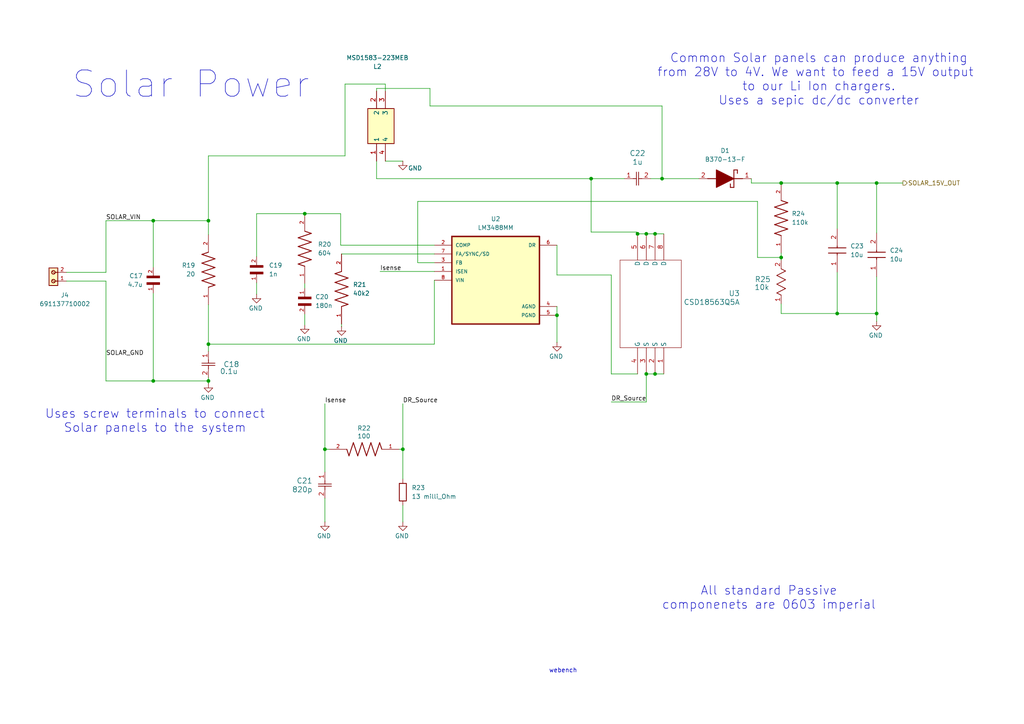
<source format=kicad_sch>
(kicad_sch (version 20231120) (generator "eeschema") (generator_version "8.0")
  (paper "A4")
  (lib_symbols
    (symbol "691137710002-2 Terminal Connector:691137710002" (pin_names (offset 1.016))
      (property "Reference" "J" (at -4.88 -0.922 0))
      (property "Value" "691137710002" (at -4.83 -2.58 0))
      (symbol "691137710002_0_0"
        (rectangle (start -3.81 -2.54) (end 1.27 0) (stroke (width 0.254)) (fill (type background)))
        (circle (center -2.54 -1.27) (radius 0.508) (stroke (width 0.254)))
        (circle (center 0 -1.27) (radius 0.508) (stroke (width 0.254)))
        (polyline (pts (xy -2.54 -1.778) (xy -2.54 -2.54)) (stroke (width 0.254)))
        (polyline (pts (xy -2.286 -1.016) (xy -2.794 -1.524)) (stroke (width 0.1524)))
        (polyline (pts (xy 0 -1.778) (xy 0 -2.54)) (stroke (width 0.254)))
        (polyline (pts (xy 0.254 -1.016) (xy -0.254 -1.524)) (stroke (width 0.1524)))
        (pin passive line (at -2.54 -5.08 90) (length 2.54) (name "~") (number "1"))
        (pin passive line (at 0 -5.08 90) (length 2.54) (name "~") (number "2"))
      )
    )
    (symbol "AT0603DRE07100RL:AT0603DRE07100RL" (pin_names (offset 1.016))
      (property "Reference" "R" (at -7.6244 2.5415 0))
      (property "Value" "AT0603DRE07100RL" (at -7.63 -5.0866 0))
      (symbol "AT0603DRE07100RL_0_0"
        (polyline (pts (xy -5.08 0) (xy -4.445 1.905)) (stroke (width 0.254)))
        (polyline (pts (xy -4.445 1.905) (xy -3.175 -1.905)) (stroke (width 0.254)))
        (polyline (pts (xy -3.175 -1.905) (xy -1.905 1.905)) (stroke (width 0.254)))
        (polyline (pts (xy -1.905 1.905) (xy -0.635 -1.905)) (stroke (width 0.254)))
        (polyline (pts (xy -0.635 -1.905) (xy 0.635 1.905)) (stroke (width 0.254)))
        (polyline (pts (xy 0.635 1.905) (xy 1.905 -1.905)) (stroke (width 0.254)))
        (polyline (pts (xy 1.905 -1.905) (xy 3.175 1.905)) (stroke (width 0.254)))
        (polyline (pts (xy 3.175 1.905) (xy 4.445 -1.905)) (stroke (width 0.254)))
        (polyline (pts (xy 4.445 -1.905) (xy 5.08 0)) (stroke (width 0.254)))
        (pin passive line (at -10.16 0 0) (length 5.08) (name "~") (number "1"))
        (pin passive line (at 10.16 0 180) (length 5.08) (name "~") (number "2"))
      )
    )
    (symbol "B370-13-F:B370-13-F" (pin_names hide)
      (property "Reference" "D" (at 12.7 8.89 0))
      (property "Value" "B370-13-F" (at 12.7 6.35 0))
      (symbol "B370-13-F_1_1"
        (polyline (pts (xy 5.08 0) (xy 7.62 0)) (stroke (width 0.254)))
        (polyline (pts (xy 6.604 -1.524) (xy 6.604 -2.54)) (stroke (width 0.254)))
        (polyline (pts (xy 7.62 -2.54) (xy 6.604 -2.54)) (stroke (width 0.254)))
        (polyline (pts (xy 7.62 2.54) (xy 7.62 -2.54)) (stroke (width 0.254)))
        (polyline (pts (xy 7.62 2.54) (xy 8.636 2.54)) (stroke (width 0.254)))
        (polyline (pts (xy 8.636 1.524) (xy 8.636 2.54)) (stroke (width 0.254)))
        (polyline (pts (xy 12.7 0) (xy 15.24 0)) (stroke (width 0.254)))
        (polyline (pts (xy 7.62 0) (xy 12.7 2.54) (xy 12.7 -2.54) (xy 7.62 0)) (stroke (width 0.254)) (fill (type outline)))
        (pin passive line (at 2.54 0 0) (length 2.54) (name "K") (number "1"))
        (pin passive line (at 17.78 0 180) (length 2.54) (name "A") (number "2"))
      )
    )
    (symbol "C0603C104K5RACAUTO:C0603C104K5RACAUTO" (pin_names (offset 0.254))
      (property "Reference" "C" (at 3.81 3.81 0))
      (property "Value" "C0603C104K5RACAUTO" (at 3.81 -3.81 0))
      (symbol "C0603C104K5RACAUTO_1_1"
        (polyline (pts (xy 2.54 0) (xy 3.4798 0)) (stroke (width 0.2032)))
        (polyline (pts (xy 3.4798 -1.905) (xy 3.4798 1.905)) (stroke (width 0.2032)))
        (polyline (pts (xy 4.1148 -1.905) (xy 4.1148 1.905)) (stroke (width 0.2032)))
        (polyline (pts (xy 4.1148 0) (xy 5.08 0)) (stroke (width 0.2032)))
        (pin unspecified line (at 0 0 0) (length 2.54) (name "") (number "1"))
        (pin unspecified line (at 7.62 0 180) (length 2.54) (name "") (number "2"))
      )
      (symbol "C0603C104K5RACAUTO_1_2"
        (polyline (pts (xy -1.905 -4.1148) (xy 1.905 -4.1148)) (stroke (width 0.2032)))
        (polyline (pts (xy -1.905 -3.4798) (xy 1.905 -3.4798)) (stroke (width 0.2032)))
        (polyline (pts (xy 0 -4.1148) (xy 0 -5.08)) (stroke (width 0.2032)))
        (polyline (pts (xy 0 -2.54) (xy 0 -3.4798)) (stroke (width 0.2032)))
        (pin unspecified line (at 0 0 270) (length 2.54) (name "") (number "1"))
        (pin unspecified line (at 0 -7.62 90) (length 2.54) (name "") (number "2"))
      )
    )
    (symbol "C0603X821K5RACTU:C0603X821K5RACTU" (pin_names (offset 0.254))
      (property "Reference" "C" (at 3.81 3.81 0))
      (property "Value" "C0603X821K5RACTU" (at 3.81 -3.81 0))
      (symbol "C0603X821K5RACTU_1_1"
        (polyline (pts (xy 2.54 0) (xy 3.4798 0)) (stroke (width 0.2032)))
        (polyline (pts (xy 3.4798 -1.905) (xy 3.4798 1.905)) (stroke (width 0.2032)))
        (polyline (pts (xy 4.1148 -1.905) (xy 4.1148 1.905)) (stroke (width 0.2032)))
        (polyline (pts (xy 4.1148 0) (xy 5.08 0)) (stroke (width 0.2032)))
        (pin unspecified line (at 0 0 0) (length 2.54) (name "") (number "1"))
        (pin unspecified line (at 7.62 0 180) (length 2.54) (name "") (number "2"))
      )
      (symbol "C0603X821K5RACTU_1_2"
        (polyline (pts (xy -1.905 -4.1148) (xy 1.905 -4.1148)) (stroke (width 0.2032)))
        (polyline (pts (xy -1.905 -3.4798) (xy 1.905 -3.4798)) (stroke (width 0.2032)))
        (polyline (pts (xy 0 -4.1148) (xy 0 -5.08)) (stroke (width 0.2032)))
        (polyline (pts (xy 0 -2.54) (xy 0 -3.4798)) (stroke (width 0.2032)))
        (pin unspecified line (at 0 0 270) (length 2.54) (name "") (number "1"))
        (pin unspecified line (at 0 -7.62 90) (length 2.54) (name "") (number "2"))
      )
    )
    (symbol "C1608X5R1H105K080AB:C1608X5R1H105K080AB" (pin_names (offset 0.254))
      (property "Reference" "C" (at 3.81 3.81 0))
      (property "Value" "C1608X5R1H105K080AB" (at 3.81 -3.81 0))
      (symbol "C1608X5R1H105K080AB_1_1"
        (polyline (pts (xy 2.54 0) (xy 3.4798 0)) (stroke (width 0.2032)))
        (polyline (pts (xy 3.4798 -1.905) (xy 3.4798 1.905)) (stroke (width 0.2032)))
        (polyline (pts (xy 4.1148 -1.905) (xy 4.1148 1.905)) (stroke (width 0.2032)))
        (polyline (pts (xy 4.1148 0) (xy 5.08 0)) (stroke (width 0.2032)))
        (pin unspecified line (at 0 0 0) (length 2.54) (name "") (number "1"))
        (pin unspecified line (at 7.62 0 180) (length 2.54) (name "") (number "2"))
      )
      (symbol "C1608X5R1H105K080AB_1_2"
        (polyline (pts (xy -1.905 -4.1148) (xy 1.905 -4.1148)) (stroke (width 0.2032)))
        (polyline (pts (xy -1.905 -3.4798) (xy 1.905 -3.4798)) (stroke (width 0.2032)))
        (polyline (pts (xy 0 -4.1148) (xy 0 -5.08)) (stroke (width 0.2032)))
        (polyline (pts (xy 0 -2.54) (xy 0 -3.4798)) (stroke (width 0.2032)))
        (pin unspecified line (at 0 0 270) (length 2.54) (name "") (number "1"))
        (pin unspecified line (at 0 -7.62 90) (length 2.54) (name "") (number "2"))
      )
    )
    (symbol "CC0603KRX7R6BB184:CC0603KRX7R6BB184" (pin_names (offset 1.016))
      (property "Reference" "C" (at 0 3.81 0))
      (property "Value" "CC0603KRX7R6BB184" (at 0 -5.08 0))
      (symbol "CC0603KRX7R6BB184_0_0"
        (rectangle (start 0 -1.905) (end 0.635 1.905) (stroke (width 0.1)) (fill (type outline)))
        (rectangle (start 1.905 -1.905) (end 2.54 1.905) (stroke (width 0.1)) (fill (type outline)))
        (pin passive line (at 5.08 0 180) (length 2.54) (name "~") (number "1"))
        (pin passive line (at -2.54 0 0) (length 2.54) (name "~") (number "2"))
      )
    )
    (symbol "CL10A106MA8NRNC:CL10A106MA8NRNC" (pin_names hide)
      (property "Reference" "C" (at 8.89 6.35 0))
      (property "Value" "CL10A106MA8NRNC" (at 8.89 3.81 0))
      (symbol "CL10A106MA8NRNC_1_1"
        (polyline (pts (xy 5.08 0) (xy 5.588 0)) (stroke (width 0.254)))
        (polyline (pts (xy 5.588 2.54) (xy 5.588 -2.54)) (stroke (width 0.254)))
        (polyline (pts (xy 7.112 0) (xy 7.62 0)) (stroke (width 0.254)))
        (polyline (pts (xy 7.112 2.54) (xy 7.112 -2.54)) (stroke (width 0.254)))
        (pin passive line (at 0 0 0) (length 5.08) (name "1") (number "1"))
        (pin passive line (at 12.7 0 180) (length 5.08) (name "2") (number "2"))
      )
    )
    (symbol "CRCW0603110KFKEAC:CRCW0603110KFKEAC" (pin_names (offset 1.016))
      (property "Reference" "R" (at -7.6244 2.5415 0))
      (property "Value" "CRCW0603110KFKEAC" (at -7.63 -5.0866 0))
      (symbol "CRCW0603110KFKEAC_0_0"
        (polyline (pts (xy -5.08 0) (xy -4.445 1.905)) (stroke (width 0.254)))
        (polyline (pts (xy -4.445 1.905) (xy -3.175 -1.905)) (stroke (width 0.254)))
        (polyline (pts (xy -3.175 -1.905) (xy -1.905 1.905)) (stroke (width 0.254)))
        (polyline (pts (xy -1.905 1.905) (xy -0.635 -1.905)) (stroke (width 0.254)))
        (polyline (pts (xy -0.635 -1.905) (xy 0.635 1.905)) (stroke (width 0.254)))
        (polyline (pts (xy 0.635 1.905) (xy 1.905 -1.905)) (stroke (width 0.254)))
        (polyline (pts (xy 1.905 -1.905) (xy 3.175 1.905)) (stroke (width 0.254)))
        (polyline (pts (xy 3.175 1.905) (xy 4.445 -1.905)) (stroke (width 0.254)))
        (polyline (pts (xy 4.445 -1.905) (xy 5.08 0)) (stroke (width 0.254)))
        (pin passive line (at -10.16 0 0) (length 5.08) (name "~") (number "1"))
        (pin passive line (at 10.16 0 180) (length 5.08) (name "~") (number "2"))
      )
    )
    (symbol "CRCW060340K2FKEAHP:CRCW060340K2FKEAHP" (pin_names (offset 1.016))
      (property "Reference" "R" (at -7.6244 2.5415 0))
      (property "Value" "CRCW060340K2FKEAHP" (at -7.63 -5.0866 0))
      (symbol "CRCW060340K2FKEAHP_0_0"
        (polyline (pts (xy -5.08 0) (xy -4.445 1.905)) (stroke (width 0.254)))
        (polyline (pts (xy -4.445 1.905) (xy -3.175 -1.905)) (stroke (width 0.254)))
        (polyline (pts (xy -3.175 -1.905) (xy -1.905 1.905)) (stroke (width 0.254)))
        (polyline (pts (xy -1.905 1.905) (xy -0.635 -1.905)) (stroke (width 0.254)))
        (polyline (pts (xy -0.635 -1.905) (xy 0.635 1.905)) (stroke (width 0.254)))
        (polyline (pts (xy 0.635 1.905) (xy 1.905 -1.905)) (stroke (width 0.254)))
        (polyline (pts (xy 1.905 -1.905) (xy 3.175 1.905)) (stroke (width 0.254)))
        (polyline (pts (xy 3.175 1.905) (xy 4.445 -1.905)) (stroke (width 0.254)))
        (polyline (pts (xy 4.445 -1.905) (xy 5.08 0)) (stroke (width 0.254)))
        (pin passive line (at -10.16 0 0) (length 5.08) (name "~") (number "1"))
        (pin passive line (at 10.16 0 180) (length 5.08) (name "~") (number "2"))
      )
    )
    (symbol "CRCW0603604RFKEA:CRCW0603604RFKEA" (pin_names (offset 1.016))
      (property "Reference" "R" (at -7.6244 2.5415 0))
      (property "Value" "CRCW0603604RFKEA" (at -7.63 -5.0866 0))
      (symbol "CRCW0603604RFKEA_0_0"
        (polyline (pts (xy -5.08 0) (xy -4.445 1.905)) (stroke (width 0.254)))
        (polyline (pts (xy -4.445 1.905) (xy -3.175 -1.905)) (stroke (width 0.254)))
        (polyline (pts (xy -3.175 -1.905) (xy -1.905 1.905)) (stroke (width 0.254)))
        (polyline (pts (xy -1.905 1.905) (xy -0.635 -1.905)) (stroke (width 0.254)))
        (polyline (pts (xy -0.635 -1.905) (xy 0.635 1.905)) (stroke (width 0.254)))
        (polyline (pts (xy 0.635 1.905) (xy 1.905 -1.905)) (stroke (width 0.254)))
        (polyline (pts (xy 1.905 -1.905) (xy 3.175 1.905)) (stroke (width 0.254)))
        (polyline (pts (xy 3.175 1.905) (xy 4.445 -1.905)) (stroke (width 0.254)))
        (polyline (pts (xy 4.445 -1.905) (xy 5.08 0)) (stroke (width 0.254)))
        (pin passive line (at -10.16 0 0) (length 5.08) (name "~") (number "1"))
        (pin passive line (at 10.16 0 180) (length 5.08) (name "~") (number "2"))
      )
    )
    (symbol "CSD18563Q5A:CSD18563Q5A" (pin_names (offset 0.254))
      (property "Reference" "U" (at 20.32 10.16 0))
      (property "Value" "CSD18563Q5A" (at 20.32 7.62 0))
      (symbol "CSD18563Q5A_0_1"
        (polyline (pts (xy 7.62 -12.7) (xy 33.02 -12.7)) (stroke (width 0.127)))
        (polyline (pts (xy 7.62 5.08) (xy 7.62 -12.7)) (stroke (width 0.127)))
        (polyline (pts (xy 33.02 -12.7) (xy 33.02 5.08)) (stroke (width 0.127)))
        (polyline (pts (xy 33.02 5.08) (xy 7.62 5.08)) (stroke (width 0.127)))
        (pin unspecified line (at 0 0 0) (length 7.62) (name "S") (number "1"))
        (pin unspecified line (at 0 -2.54 0) (length 7.62) (name "S") (number "2"))
        (pin unspecified line (at 0 -5.08 0) (length 7.62) (name "S") (number "3"))
        (pin unspecified line (at 0 -7.62 0) (length 7.62) (name "G") (number "4"))
        (pin unspecified line (at 40.64 -7.62 180) (length 7.62) (name "D") (number "5"))
        (pin unspecified line (at 40.64 -5.08 180) (length 7.62) (name "D") (number "6"))
        (pin unspecified line (at 40.64 -2.54 180) (length 7.62) (name "D") (number "7"))
        (pin unspecified line (at 40.64 0 180) (length 7.62) (name "D") (number "8"))
      )
    )
    (symbol "Device:R" (pin_numbers hide) (pin_names (offset 0))
      (property "Reference" "R" (at 2.032 0 90))
      (property "Value" "R" (at 0 0 90))
      (symbol "R_0_1"
        (rectangle (start -1.016 -2.54) (end 1.016 2.54) (stroke (width 0.254)))
      )
      (symbol "R_1_1"
        (pin passive line (at 0 3.81 270) (length 1.27) (name "~") (number "1"))
        (pin passive line (at 0 -3.81 90) (length 1.27) (name "~") (number "2"))
      )
    )
    (symbol "ERJPA3F20R0V:ERJPA3F20R0V" (pin_names (offset 1.016))
      (property "Reference" "R" (at -7.624 2.541 0))
      (property "Value" "ERJPA3F20R0V" (at -7.624 -5.087 0))
      (symbol "ERJPA3F20R0V_0_0"
        (polyline (pts (xy -5.08 0) (xy -4.445 1.905)) (stroke (width 0.254)))
        (polyline (pts (xy -4.445 1.905) (xy -3.175 -1.905)) (stroke (width 0.254)))
        (polyline (pts (xy -3.175 -1.905) (xy -1.905 1.905)) (stroke (width 0.254)))
        (polyline (pts (xy -1.905 1.905) (xy -0.635 -1.905)) (stroke (width 0.254)))
        (polyline (pts (xy -0.635 -1.905) (xy 0.635 1.905)) (stroke (width 0.254)))
        (polyline (pts (xy 0.635 1.905) (xy 1.905 -1.905)) (stroke (width 0.254)))
        (polyline (pts (xy 1.905 -1.905) (xy 3.175 1.905)) (stroke (width 0.254)))
        (polyline (pts (xy 3.175 1.905) (xy 4.445 -1.905)) (stroke (width 0.254)))
        (polyline (pts (xy 4.445 -1.905) (xy 5.08 0)) (stroke (width 0.254)))
        (pin passive line (at -10.16 0 0) (length 5.08) (name "~") (number "1"))
        (pin passive line (at 10.16 0 180) (length 5.08) (name "~") (number "2"))
      )
    )
    (symbol "Flyback dc dc converter:LM3488MM" (pin_names (offset 1.016))
      (property "Reference" "U" (at -12.7 13.7 0))
      (property "Value" "LM3488MM" (at -12.7 -16.7 0))
      (symbol "LM3488MM_0_0"
        (rectangle (start -12.7 -12.7) (end 12.7 12.7) (stroke (width 0.41)) (fill (type background)))
        (pin input line (at -17.78 2.54 0) (length 5.08) (name "ISEN") (number "1"))
        (pin input line (at -17.78 10.16 0) (length 5.08) (name "COMP") (number "2"))
        (pin input line (at -17.78 5.08 0) (length 5.08) (name "FB") (number "3"))
        (pin power_in line (at 17.78 -7.62 180) (length 5.08) (name "AGND") (number "4"))
        (pin power_in line (at 17.78 -10.16 180) (length 5.08) (name "PGND") (number "5"))
        (pin output line (at 17.78 10.16 180) (length 5.08) (name "DR") (number "6"))
        (pin input line (at -17.78 7.62 0) (length 5.08) (name "FA/SYNC/SD") (number "7"))
        (pin input line (at -17.78 0 0) (length 5.08) (name "VIN") (number "8"))
      )
    )
    (symbol "MSD1583-223MEB:MSD1583-223MEB"
      (property "Reference" "L" (at 16.51 7.62 0))
      (property "Value" "MSD1583-223MEB" (at 16.51 5.08 0))
      (symbol "MSD1583-223MEB_1_1"
        (rectangle (start 5.08 2.54) (end 15.24 -5.08) (stroke (width 0.254)) (fill (type background)))
        (pin passive line (at 20.32 0 180) (length 5.08) (name "1") (number "1"))
        (pin passive line (at 0 0 0) (length 5.08) (name "2") (number "2"))
        (pin passive line (at 0 -2.54 0) (length 5.08) (name "3") (number "3"))
        (pin passive line (at 20.32 -2.54 180) (length 5.08) (name "4") (number "4"))
      )
    )
    (symbol "RC0603FR-0710KL:RC0603FR-0710KL" (pin_names (offset 0.254))
      (property "Reference" "R" (at 5.715 3.81 0))
      (property "Value" "RC0603FR-0710KL" (at 6.35 -3.81 0))
      (symbol "RC0603FR-0710KL_1_1"
        (polyline (pts (xy 2.54 0) (xy 3.175 1.27)) (stroke (width 0.2032)))
        (polyline (pts (xy 3.175 1.27) (xy 4.445 -1.27)) (stroke (width 0.2032)))
        (polyline (pts (xy 4.445 -1.27) (xy 5.715 1.27)) (stroke (width 0.2032)))
        (polyline (pts (xy 5.715 1.27) (xy 6.985 -1.27)) (stroke (width 0.2032)))
        (polyline (pts (xy 6.985 -1.27) (xy 8.255 1.27)) (stroke (width 0.2032)))
        (polyline (pts (xy 8.255 1.27) (xy 9.525 -1.27)) (stroke (width 0.2032)))
        (polyline (pts (xy 9.525 -1.27) (xy 10.16 0)) (stroke (width 0.2032)))
        (pin unspecified line (at 0 0 0) (length 2.54) (name "") (number "1"))
        (pin unspecified line (at 12.7 0 180) (length 2.54) (name "") (number "2"))
      )
      (symbol "RC0603FR-0710KL_1_2"
        (polyline (pts (xy -1.27 3.175) (xy 1.27 4.445)) (stroke (width 0.2032)))
        (polyline (pts (xy -1.27 5.715) (xy 1.27 6.985)) (stroke (width 0.2032)))
        (polyline (pts (xy -1.27 8.255) (xy 1.27 9.525)) (stroke (width 0.2032)))
        (polyline (pts (xy 0 2.54) (xy -1.27 3.175)) (stroke (width 0.2032)))
        (polyline (pts (xy 1.27 4.445) (xy -1.27 5.715)) (stroke (width 0.2032)))
        (polyline (pts (xy 1.27 6.985) (xy -1.27 8.255)) (stroke (width 0.2032)))
        (polyline (pts (xy 1.27 9.525) (xy 0 10.16)) (stroke (width 0.2032)))
        (pin unspecified line (at 0 12.7 270) (length 2.54) (name "") (number "1"))
        (pin unspecified line (at 0 0 90) (length 2.54) (name "") (number "2"))
      )
    )
    (symbol "SR201A102JARTR1:SR201A102JARTR1" (pin_names (offset 1.016))
      (property "Reference" "C" (at 0 3.8109 0))
      (property "Value" "SR201A102JARTR1" (at 0 -5.0885 0))
      (symbol "SR201A102JARTR1_0_0"
        (rectangle (start 0 -1.9069) (end 0.635 1.905) (stroke (width 0.1)) (fill (type outline)))
        (rectangle (start 1.9069 -1.9069) (end 2.54 1.905) (stroke (width 0.1)) (fill (type outline)))
        (pin passive line (at -2.54 0 0) (length 2.54) (name "~") (number "1"))
        (pin passive line (at 5.08 0 180) (length 2.54) (name "~") (number "2"))
      )
    )
    (symbol "ZRB18AR6YA475ME05L:ZRB18AR6YA475ME05L" (pin_names (offset 1.016))
      (property "Reference" "C" (at 0 3.8109 0))
      (property "Value" "ZRB18AR6YA475ME05L" (at 0 -5.0885 0))
      (symbol "ZRB18AR6YA475ME05L_0_0"
        (rectangle (start 0 -1.9069) (end 0.635 1.905) (stroke (width 0.1)) (fill (type outline)))
        (rectangle (start 1.9069 -1.9069) (end 2.54 1.905) (stroke (width 0.1)) (fill (type outline)))
        (pin passive line (at -2.54 0 0) (length 2.54) (name "~") (number "1"))
        (pin passive line (at 5.08 0 180) (length 2.54) (name "~") (number "2"))
      )
    )
    (symbol "power:GND" (power) (pin_numbers hide) (pin_names (offset 0) hide)
      (property "Value" "GND" (at 0 -3.81 0))
      (symbol "GND_0_1"
        (polyline (pts (xy 0 0) (xy 0 -1.27) (xy 1.27 -1.27) (xy 0 -2.54) (xy -1.27 -1.27) (xy 0 -1.27)))
      )
      (symbol "GND_1_1"
        (pin power_in line (at 0 0 270) (length 0) (name "~") (number "1"))
      )
    )
  )
  (junction (at 161.544 91.44))
  (junction (at 189.992 108.458))
  (junction (at 184.912 67.818))
  (junction (at 189.992 67.818))
  (junction (at 226.568 53.086))
  (junction (at 171.45 51.816))
  (junction (at 60.452 64.008))
  (junction (at 44.45 64.008))
  (junction (at 60.452 99.822))
  (junction (at 254.254 90.932))
  (junction (at 242.824 53.086))
  (junction (at 116.84 130.302))
  (junction (at 187.452 67.818))
  (junction (at 94.234 130.302))
  (junction (at 88.392 61.976))
  (junction (at 192.024 51.816))
  (junction (at 254.254 53.086))
  (junction (at 226.568 74.676))
  (junction (at 187.452 108.458))
  (junction (at 44.45 110.49))
  (junction (at 60.452 110.49))
  (junction (at 242.824 90.932))
  (wire (pts (xy 109.22 46.736) (xy 109.22 51.816)))
  (wire (pts (xy 226.568 90.932) (xy 242.824 90.932)))
  (wire (pts (xy 125.984 81.28) (xy 125.984 99.822)))
  (wire (pts (xy 217.932 53.086) (xy 226.568 53.086)))
  (wire (pts (xy 177.292 108.458) (xy 184.912 108.458)))
  (wire (pts (xy 189.992 108.458) (xy 192.532 108.458)))
  (wire (pts (xy 219.71 58.42) (xy 219.71 74.676)))
  (wire (pts (xy 184.912 67.564) (xy 184.912 67.818)))
  (wire (pts (xy 171.45 51.816) (xy 181.102 51.816)))
  (wire (pts (xy 88.392 91.186) (xy 88.392 94.234)))
  (wire (pts (xy 44.45 64.008) (xy 30.734 64.008)))
  (wire (pts (xy 121.158 58.42) (xy 219.71 58.42)))
  (wire (pts (xy 30.734 110.49) (xy 44.45 110.49)))
  (wire (pts (xy 254.254 53.086) (xy 254.254 67.564)))
  (wire (pts (xy 177.292 79.756) (xy 177.292 108.458)))
  (wire (pts (xy 60.452 64.008) (xy 60.452 68.072)))
  (wire (pts (xy 109.22 51.816) (xy 171.45 51.816)))
  (wire (pts (xy 109.22 25.654) (xy 109.22 26.416)))
  (wire (pts (xy 44.45 64.008) (xy 44.45 77.47)))
  (wire (pts (xy 124.714 30.734) (xy 192.024 30.734)))
  (wire (pts (xy 94.234 117.094) (xy 94.234 130.302)))
  (wire (pts (xy 187.452 67.818) (xy 184.912 67.818)))
  (wire (pts (xy 60.452 109.474) (xy 60.452 110.49)))
  (wire (pts (xy 19.304 78.994) (xy 30.734 78.994)))
  (wire (pts (xy 161.544 91.44) (xy 161.544 99.314)))
  (wire (pts (xy 242.824 90.932) (xy 254.254 90.932)))
  (wire (pts (xy 98.806 71.12) (xy 98.806 61.976)))
  (wire (pts (xy 242.824 53.086) (xy 242.824 66.294)))
  (wire (pts (xy 30.734 81.534) (xy 30.734 110.49)))
  (wire (pts (xy 99.06 73.66) (xy 125.984 73.66)))
  (wire (pts (xy 111.76 46.736) (xy 116.84 46.736)))
  (wire (pts (xy 188.722 51.816) (xy 192.024 51.816)))
  (wire (pts (xy 115.824 130.302) (xy 116.84 130.302)))
  (wire (pts (xy 125.984 71.12) (xy 98.806 71.12)))
  (wire (pts (xy 161.544 79.756) (xy 177.292 79.756)))
  (wire (pts (xy 217.932 53.086) (xy 217.932 51.816)))
  (wire (pts (xy 74.422 61.976) (xy 88.392 61.976)))
  (wire (pts (xy 254.254 53.086) (xy 261.874 53.086)))
  (wire (pts (xy 226.568 88.138) (xy 226.568 90.932)))
  (wire (pts (xy 161.544 71.12) (xy 161.544 79.756)))
  (wire (pts (xy 116.84 117.094) (xy 116.84 130.302)))
  (wire (pts (xy 44.45 64.008) (xy 60.452 64.008)))
  (wire (pts (xy 219.71 74.676) (xy 226.568 74.676)))
  (wire (pts (xy 88.392 61.976) (xy 98.806 61.976)))
  (wire (pts (xy 226.568 73.406) (xy 226.568 74.676)))
  (wire (pts (xy 189.992 67.818) (xy 187.452 67.818)))
  (wire (pts (xy 171.45 67.31) (xy 171.45 51.816)))
  (wire (pts (xy 100.076 24.384) (xy 111.76 24.384)))
  (wire (pts (xy 254.254 80.264) (xy 254.254 90.932)))
  (wire (pts (xy 161.544 88.9) (xy 161.544 91.44)))
  (wire (pts (xy 192.024 51.816) (xy 192.024 30.734)))
  (wire (pts (xy 74.422 82.042) (xy 74.422 85.344)))
  (wire (pts (xy 94.234 144.526) (xy 94.234 151.384)))
  (wire (pts (xy 187.452 108.458) (xy 189.992 108.458)))
  (wire (pts (xy 121.158 76.2) (xy 125.984 76.2)))
  (wire (pts (xy 171.45 67.31) (xy 184.658 67.31)))
  (wire (pts (xy 60.452 45.212) (xy 60.452 64.008)))
  (wire (pts (xy 242.824 53.086) (xy 254.254 53.086)))
  (wire (pts (xy 44.45 85.09) (xy 44.45 110.49)))
  (wire (pts (xy 116.84 130.302) (xy 116.84 138.938)))
  (wire (pts (xy 60.452 45.212) (xy 100.076 45.212)))
  (wire (pts (xy 19.304 81.534) (xy 30.734 81.534)))
  (wire (pts (xy 60.452 110.49) (xy 60.452 111.252)))
  (wire (pts (xy 184.658 67.31) (xy 184.658 67.564)))
  (wire (pts (xy 30.734 78.994) (xy 30.734 64.008)))
  (wire (pts (xy 192.532 67.818) (xy 189.992 67.818)))
  (wire (pts (xy 100.076 45.212) (xy 100.076 24.384)))
  (wire (pts (xy 226.568 53.086) (xy 242.824 53.086)))
  (wire (pts (xy 177.292 116.586) (xy 187.452 116.586)))
  (wire (pts (xy 74.422 74.422) (xy 74.422 61.976)))
  (wire (pts (xy 184.658 67.564) (xy 184.912 67.564)))
  (wire (pts (xy 187.452 116.586) (xy 187.452 108.458)))
  (wire (pts (xy 60.452 101.854) (xy 60.452 99.822)))
  (wire (pts (xy 110.236 78.74) (xy 125.984 78.74)))
  (wire (pts (xy 60.452 88.392) (xy 60.452 99.822)))
  (wire (pts (xy 109.22 25.654) (xy 124.714 25.654)))
  (wire (pts (xy 192.024 51.816) (xy 202.692 51.816)))
  (wire (pts (xy 124.714 25.654) (xy 124.714 30.734)))
  (wire (pts (xy 88.392 82.296) (xy 88.392 83.566)))
  (wire (pts (xy 121.158 58.42) (xy 121.158 76.2)))
  (wire (pts (xy 242.824 78.994) (xy 242.824 90.932)))
  (wire (pts (xy 44.45 110.49) (xy 60.452 110.49)))
  (wire (pts (xy 226.568 74.676) (xy 226.568 75.438)))
  (wire (pts (xy 254.254 90.932) (xy 254.254 93.218)))
  (wire (pts (xy 60.452 99.822) (xy 125.984 99.822)))
  (wire (pts (xy 94.234 130.302) (xy 95.504 130.302)))
  (wire (pts (xy 111.76 24.384) (xy 111.76 26.416)))
  (wire (pts (xy 116.84 146.558) (xy 116.84 151.384)))
  (wire (pts (xy 99.06 93.98) (xy 99.06 94.742)))
  (wire (pts (xy 94.234 130.302) (xy 94.234 136.906)))
  (text "Uses screw terminals to connect\nSolar panels to the system" (at 44.958 122.174 0) (effects (font (size 2.54 2.54))))
  (text "Common Solar panels can produce anything\nfrom 28V to 4V. We want to feed a 15V output \nto our Li Ion chargers.\nUses a sepic dc/dc converter" (at 237.49 23.114 0) (effects (font (size 2.54 2.54))))
  (text "Solar Power" (at 55.372 24.638 0) (effects (font (size 7.62 7.62))))
  (text "All standard Passive\ncomponenets are 0603 imperial" (at 223.012 173.482 0) (effects (font (size 2.54 2.54))))
  (text "webench" (at 163.322 194.564 0) (effects (font (size 1.27 1.27))))
  (label "SOLAR_VIN" (at 30.734 64.008 0))
  (label "Isense" (at 110.236 78.74 0))
  (label "DR_Source" (at 177.292 116.586 0))
  (label "Isense" (at 94.234 117.094 0))
  (label "DR_Source" (at 116.84 117.094 0))
  (label "SOLAR_GND" (at 30.734 103.378 0))
  (hierarchical_label "SOLAR_15V_OUT" (shape output) (at 261.874 53.086 0))
  (symbol (lib_id "CL10A106MA8NRNC:CL10A106MA8NRNC") (at 254.254 80.264 90) (unit 1)
    (property "Reference" "C24" (at 258.064 72.6439 90) (effects (justify right)))
    (property "Value" "10u" (at 258.064 75.1839 90) (effects (justify right)))
    (property "Footprint" "RobotBMS:CAPC1608X90N" (effects (hide yes)))
    (property "Datasheet" "https://www.arrow.com/en/products/cl10a106ma8nrnc/samsung-electro-mechanics" (effects (hide yes)))
    (property "Description" "Cap Ceramic 10uF 25V X5R 20% SMD 0603 85C T/R" (effects (hide yes)))
    (property "Height" "0.9" (effects (hide yes)))
    (property "Mouser Part Number" "187-CL10A106MA8NRNC" (effects (hide yes)))
    (property "Mouser Price/Stock" "https://www.mouser.co.uk/ProductDetail/Samsung-Electro-Mechanics/CL10A106MA8NRNC?qs=47mY1nHWefS2vFRvRJVTdQ%3D%3D" (effects (hide yes)))
    (property "Manufacturer_Name" "SAMSUNG" (effects (hide yes)))
    (property "Manufacturer_Part_Number" "CL10A106MA8NRNC" (effects (hide yes)))
    (property "Price" "0.11" (effects (hide yes)))
  )
  (symbol (lib_id "power:GND") (at 60.452 111.252 0) (mirror y) (unit 1)
    (property "Reference" "#PWR030" (effects (hide yes)))
    (property "Value" "GND" (at 60.198 115.316 0))
    (property "Description" "Power symbol creates a global label with name \"GND\" , ground" (effects (hide yes)))
  )
  (symbol (lib_id "Flyback dc dc converter:LM3488MM") (at 143.764 81.28 0) (unit 1)
    (property "Reference" "U2" (at 143.764 63.5 0))
    (property "Value" "LM3488MM" (at 143.764 66.04 0))
    (property "Footprint" "RobotBMS:SOP65P490X110-8N" (effects (hide yes)))
    (property "Datasheet" "https://www.mouser.co.uk/ProductDetail/Texas-Instruments/LM3488MM?qs=X1J7HmVL2ZF99wiIrTysxw%3D%3D&srsltid=AfmBOoo61v0-mCY36lOdowXk-P__wvSziIRvzVYHzDquApiuv8i4Tbb0" (effects (hide yes)))
    (property "Description" "Switching Controllers 2.97V to 40V Wide Vi n Low-Side N-Channe" (effects (hide yes)))
    (property "Manufacturer_Part_Number" "LM3488MM" (effects (hide yes)))
    (property "Price" "2.13" (effects (hide yes)))
  )
  (symbol (lib_id "C0603X821K5RACTU:C0603X821K5RACTU") (at 94.234 136.906 90) (mirror x) (unit 1)
    (property "Reference" "C21" (at 90.678 139.4459 90) (effects (font (size 1.524 1.524)) (justify left)))
    (property "Value" "820p" (at 90.678 141.9859 90) (effects (font (size 1.524 1.524)) (justify left)))
    (property "Footprint" "RobotBMS:CAPC17795_95N_KEM" (effects (hide yes)))
    (property "Datasheet" "https://www.digikey.co.uk/en/products/detail/kemet/C0603X821K5RACAUTO/9925117" (effects (hide yes)))
    (property "Description" "CAP CER 820PF 50V X7R 0603" (effects (hide yes)))
    (property "Manufacturer_Part_Number" "C0603X821K5RACAUTO" (effects (hide yes)))
    (property "Price" "0.336" (effects (hide yes)))
  )
  (symbol (lib_id "power:GND") (at 161.544 99.314 0) (mirror y) (unit 1)
    (property "Reference" "#PWR037" (effects (hide yes)))
    (property "Value" "GND" (at 161.29 103.378 0))
    (property "Description" "Power symbol creates a global label with name \"GND\" , ground" (effects (hide yes)))
  )
  (symbol (lib_id "CSD18563Q5A:CSD18563Q5A") (at 192.532 108.458 270) (mirror x) (unit 1)
    (property "Reference" "U3" (at 214.63 85.09 90) (effects (font (size 1.524 1.524)) (justify right)))
    (property "Value" "CSD18563Q5A" (at 214.63 87.63 90) (effects (font (size 1.524 1.524)) (justify right)))
    (property "Footprint" "RobotBMS:DQJ8" (effects (hide yes)))
    (property "Datasheet" "https://www.digikey.co.uk/en/products/detail/texas-instruments/CSD18563Q5A/4307641?srsltid=AfmBOopmUN1q869yzLyTtwk7xS2X8y6d8wrvqMDCu4LfOhea6XSUpVAH" (effects (hide yes)))
    (property "Description" "MOSFET N-CH 60V 100A 8VSON" (effects (hide yes)))
    (property "Manufacturer_Part_Number" "CSD18563Q5A" (effects (hide yes)))
    (property "Price" "1.22" (effects (hide yes)))
  )
  (symbol (lib_id "B370-13-F:B370-13-F") (at 220.472 51.816 180) (unit 1)
    (property "Reference" "D1" (at 210.312 43.688 0))
    (property "Value" "B370-13-F" (at 210.312 46.228 0))
    (property "Footprint" "RobotBMS:DIOM7959X250N" (effects (hide yes)))
    (property "Datasheet" "https://www.mouser.co.uk/ProductDetail/Diodes-Incorporated/B370-13-F?qs=WY3X9pA6jePcJtliaZohPw%3D%3D&srsltid=AfmBOoou0QvVo-jJxM9k5rr19Oue7q3aSDSSM-ehBC8VOFn80d3jPdDL" (effects (hide yes)))
    (property "Description" "Diodes Inc B370-13-F, SMT Schottky Diode, 70V 3A, 2-Pin DO-214AB" (effects (hide yes)))
    (property "Height" "2.5" (effects (hide yes)))
    (property "Mouser Part Number" "621-B370-F" (effects (hide yes)))
    (property "Mouser Price/Stock" "https://www.mouser.co.uk/ProductDetail/Diodes-Incorporated/B370-13-F?qs=WY3X9pA6jePcJtliaZohPw%3D%3D" (effects (hide yes)))
    (property "Manufacturer_Name" "Diodes Incorporated" (effects (hide yes)))
    (property "Manufacturer_Part_Number" "B370-13-F" (effects (hide yes)))
    (property "Price" "0.536" (effects (hide yes)))
  )
  (symbol (lib_id "C0603C104K5RACAUTO:C0603C104K5RACAUTO") (at 60.452 101.854 270) (unit 1)
    (property "Reference" "C18" (at 64.77 105.664 90) (effects (font (size 1.524 1.524)) (justify left)))
    (property "Value" "0.1u" (at 63.754 107.696 90) (effects (font (size 1.524 1.524)) (justify left)))
    (property "Footprint" "RobotBMS:CAPC17595_87N_KEM" (effects (hide yes)))
    (property "Datasheet" "https://uk.farnell.com/kemet/c0603c104k5racauto/cap-0-1-f-50v-10-x7r-0603/dp/2070398" (effects (hide yes)))
    (property "Description" "SMD Multilayer Ceramic Capacitor, AEC-Q200, 0.1 µF, 50 V, 0603 [1608 Metric], ± 10%, X7R" (effects (hide yes)))
    (property "Price" "0.05" (effects (hide yes)))
    (property "Manufacturer_Part_Number" "C0603C104K5RACAUTO" (effects (hide yes)))
  )
  (symbol (lib_id "CL10A106MA8NRNC:CL10A106MA8NRNC") (at 242.824 78.994 90) (unit 1)
    (property "Reference" "C23" (at 246.634 71.3739 90) (effects (justify right)))
    (property "Value" "10u" (at 246.634 73.9139 90) (effects (justify right)))
    (property "Footprint" "RobotBMS:CAPC1608X90N" (effects (hide yes)))
    (property "Datasheet" "https://www.arrow.com/en/products/cl10a106ma8nrnc/samsung-electro-mechanics" (effects (hide yes)))
    (property "Description" "Cap Ceramic 10uF 25V X5R 20% SMD 0603 85C T/R" (effects (hide yes)))
    (property "Height" "0.9" (effects (hide yes)))
    (property "Mouser Part Number" "187-CL10A106MA8NRNC" (effects (hide yes)))
    (property "Mouser Price/Stock" "https://www.mouser.co.uk/ProductDetail/Samsung-Electro-Mechanics/CL10A106MA8NRNC?qs=47mY1nHWefS2vFRvRJVTdQ%3D%3D" (effects (hide yes)))
    (property "Manufacturer_Name" "SAMSUNG" (effects (hide yes)))
    (property "Manufacturer_Part_Number" "CL10A106MA8NRNC" (effects (hide yes)))
    (property "Price" "0.11" (effects (hide yes)))
  )
  (symbol (lib_id "ZRB18AR6YA475ME05L:ZRB18AR6YA475ME05L") (at 44.45 82.55 90) (unit 1)
    (property "Reference" "C17" (at 41.402 80.0099 90) (effects (justify left)))
    (property "Value" "4.7u" (at 41.402 82.5499 90) (effects (justify left)))
    (property "Footprint" "RobotBMS:CAPC1608X120N" (effects (hide yes)))
    (property "Datasheet" "https://uk.farnell.com/murata/zrb18ar6ya475me05l/cap-4-7uf-35v-mlcc-0603/dp/2990844" (effects (hide yes)))
    (property "Description" "SMD Multilayer Ceramic Capacitor, 4.7 µF, 35 V, 0603 [1608 Metric], ± 20%, X5R" (effects (hide yes)))
    (property "MF" "Murata" (effects (hide yes)))
    (property "Description_1" "\n                        \n                            SMD capacitor X5R(EIA) with capacitance 4.7uF Tol.20%. Rated voltage 35Vdc 85C\n                        \n" (effects (hide yes)))
    (property "Package" "1608 Murata" (effects (hide yes)))
    (property "Price" "0.198" (effects (hide yes)))
    (property "SnapEDA_Link" "https://www.snapeda.com/parts/ZRB18AR6YA475ME05L/Murata/view-part/?ref=snap" (effects (hide yes)))
    (property "MP" "ZRB18AR6YA475ME05L" (effects (hide yes)))
    (property "Availability" "In Stock" (effects (hide yes)))
    (property "Check_prices" "https://www.snapeda.com/parts/ZRB18AR6YA475ME05L/Murata/view-part/?ref=eda" (effects (hide yes)))
    (property "Manufacturer_Part_Number" "ZRB18AR6YA475ME05L" (effects (hide yes)))
  )
  (symbol (lib_id "power:GND") (at 99.06 94.742 0) (mirror y) (unit 1)
    (property "Reference" "#PWR034" (effects (hide yes)))
    (property "Value" "GND" (at 98.806 98.806 0))
    (property "Description" "Power symbol creates a global label with name \"GND\" , ground" (effects (hide yes)))
  )
  (symbol (lib_id "Device:R") (at 116.84 142.748 180) (unit 1)
    (property "Reference" "R23" (at 119.38 141.4779 0) (effects (justify right)))
    (property "Value" "13 milli_Ohm" (at 119.38 144.0179 0) (effects (justify right)))
    (property "Footprint" "RobotBMS:RESC1508X50N" (effects (hide yes)))
    (property "Datasheet" "https://www.digikey.co.uk/en/products/detail/vishay-dale/WFCP0603R0120FE66/15908415?srsltid=AfmBOoo4dqh1u8s657FqJD2KSe6ZR3VTnfHOEncra4koGnlCY2Svv6Nn" (effects (hide yes)))
    (property "Description" "RES 0.012 OHM .5 W 1% 0603 SMD" (effects (hide yes)))
    (property "Manufacturer_Part_Number" "WFCP0603R0120FE66" (effects (hide yes)))
    (property "Price" "0.48" (effects (hide yes)))
  )
  (symbol (lib_id "AT0603DRE07100RL:AT0603DRE07100RL") (at 105.664 130.302 0) (mirror y) (unit 1)
    (property "Reference" "R22" (at 103.632 124.206 0) (effects (justify right)))
    (property "Value" "100" (at 103.632 126.492 0) (effects (justify right)))
    (property "Footprint" "RobotBMS:RESC1608X55N" (effects (hide yes)))
    (property "Datasheet" "https://uk.farnell.com/yageo/at0603dre07100rl/res-100r-0-5-0-1w-thin-film-0603/dp/4047067" (effects (hide yes)))
    (property "Description" "SMD Chip Resistor, 100 ohm, ± 0.5%, 100 mW, 0603 [1608 Metric], Metal Film (Thin Film)" (effects (hide yes)))
    (property "MF" "Yageo" (effects (hide yes)))
    (property "MAXIMUM_PACKAGE_HEIGHT" "0.55mm" (effects (hide yes)))
    (property "Package" "1608 Yageo" (effects (hide yes)))
    (property "Price" "0.068" (effects (hide yes)))
    (property "Check_prices" "https://www.snapeda.com/parts/AT0603DRE07100RL/Yageo/view-part/?ref=eda" (effects (hide yes)))
    (property "STANDARD" "IPC 7351B" (effects (hide yes)))
    (property "PARTREV" "V6" (effects (hide yes)))
    (property "SnapEDA_Link" "https://www.snapeda.com/parts/AT0603DRE07100RL/Yageo/view-part/?ref=snap" (effects (hide yes)))
    (property "MP" "AT0603DRE07100RL" (effects (hide yes)))
    (property "Description_1" "\n                        \n                            100 Ohms ±0.5% 0.1W, 1/10W Chip Resistor 0603 (1608 Metric) Anti-Sulfur, Automotive AEC-Q200, Moisture Resistant Thin Film\n                        \n" (effects (hide yes)))
    (property "Availability" "In Stock" (effects (hide yes)))
    (property "MANUFACTURER" "Yageo" (effects (hide yes)))
    (property "Manufacturer_Part_Number" "AT0603DRE07100RL" (effects (hide yes)))
  )
  (symbol (lib_id "power:GND") (at 254.254 93.218 0) (mirror y) (unit 1)
    (property "Reference" "#PWR038" (effects (hide yes)))
    (property "Value" "GND" (at 254 97.282 0))
    (property "Description" "Power symbol creates a global label with name \"GND\" , ground" (effects (hide yes)))
  )
  (symbol (lib_id "SR201A102JARTR1:SR201A102JARTR1") (at 74.422 79.502 270) (mirror x) (unit 1)
    (property "Reference" "C19" (at 77.978 76.9619 90) (effects (justify left)))
    (property "Value" "1n" (at 77.978 79.5019 90) (effects (justify left)))
    (property "Footprint" "RobotBMS:CAPRR254W50L508T317H508" (effects (hide yes)))
    (property "Datasheet" "https://uk.farnell.com/kyocera-avx/sr201a102jartr1/capacitor-1000pf-c0g-np0-100v/dp/4229326" (effects (hide yes)))
    (property "Description" "Multilayer Ceramic Capacitor, 1000 pF, 100 V, ± 5%, Radial Leaded, C0G / NP0, 2.54 mm" (effects (hide yes)))
    (property "MF" "AVX" (effects (hide yes)))
    (property "MAXIMUM_PACKAGE_HEIGHT" "5.08mm" (effects (hide yes)))
    (property "Package" "Radial AVX / Kyocera" (effects (hide yes)))
    (property "Price" "0.229" (effects (hide yes)))
    (property "Check_prices" "https://www.snapeda.com/parts/SR201A102JARTR1/AVX/view-part/?ref=eda" (effects (hide yes)))
    (property "STANDARD" "IPC 7351B" (effects (hide yes)))
    (property "PARTREV" "081816" (effects (hide yes)))
    (property "SnapEDA_Link" "https://www.snapeda.com/parts/SR201A102JARTR1/AVX/view-part/?ref=snap" (effects (hide yes)))
    (property "MP" "SR201A102JARTR1" (effects (hide yes)))
    (property "Description_1" "\n                        \n                            SR Series 5.08 x 5.08 mm 1 nF 100 V ±5% Tolerance C0G/NP0 Radial Lead/SkyCap®\n                        \n" (effects (hide yes)))
    (property "Availability" "In Stock" (effects (hide yes)))
    (property "MANUFACTURER" "KYOCERA AVX" (effects (hide yes)))
    (property "Manufacturer_Part_Number" "SR201A102JARTR1" (effects (hide yes)))
  )
  (symbol (lib_id "RC0603FR-0710KL:RC0603FR-0710KL") (at 226.568 88.138 90) (unit 1)
    (property "Reference" "R25" (at 221.234 81.026 90) (effects (font (size 1.524 1.524))))
    (property "Value" "10k" (at 220.98 83.312 90) (effects (font (size 1.524 1.524))))
    (property "Footprint" "RobotBMS:RC0603N_YAG" (effects (hide yes)))
    (property "Datasheet" "https://www.digikey.co.uk/en/products/detail/yageo/RC0603FR-0710KL/726880?srsltid=AfmBOoqjqC5qo52Z-BfREj56jdcNCkiFl9EdC8LTCxkmf6IG3DRH4_a1" (effects (hide yes)))
    (property "Description" "10 kOhms ±1% 0.1W, 1/10W Chip Resistor 0603 (1608 Metric) Moisture Resistant Thick Film" (effects (hide yes)))
    (property "Price" "0.096" (effects (hide yes)))
    (property "Manufacturer_Part_Number" "RC0603FR-0710KL" (effects (hide yes)))
  )
  (symbol (lib_id "power:GND") (at 74.422 85.344 0) (mirror y) (unit 1)
    (property "Reference" "#PWR031" (effects (hide yes)))
    (property "Value" "GND" (at 74.168 89.408 0))
    (property "Description" "Power symbol creates a global label with name \"GND\" , ground" (effects (hide yes)))
  )
  (symbol (lib_id "power:GND") (at 88.392 94.234 0) (mirror y) (unit 1)
    (property "Reference" "#PWR032" (effects (hide yes)))
    (property "Value" "GND" (at 88.138 98.298 0))
    (property "Description" "Power symbol creates a global label with name \"GND\" , ground" (effects (hide yes)))
  )
  (symbol (lib_id "CRCW0603604RFKEA:CRCW0603604RFKEA") (at 88.392 72.136 90) (unit 1)
    (property "Reference" "R20" (at 92.202 70.8659 90) (effects (justify right)))
    (property "Value" "604" (at 92.202 73.4059 90) (effects (justify right)))
    (property "Footprint" "RobotBMS:RESC1508X50N" (effects (hide yes)))
    (property "Datasheet" "https://www.mouser.co.uk/ProductDetail/Vishay-Dale/CRCW0603604RFKEA?qs=fCq1eTfc1mxBxNS0KCHjAA%3D%3D&srsltid=AfmBOorTr7mC5uSpqwHkXs42J85H1ZZiMRU-qy4DPIN2mdWxsb-QNfK2" (effects (hide yes)))
    (property "Description" "https://www.mouser.co.uk/ProductDetail/Vishay-Dale/CRCW0603604RFKEA?qs=fCq1eTfc1mxBxNS0KCHjAA%3D%3D&srsltid=AfmBOorTr7mC5uSpqwHkXs42J85H1ZZiMRU-qy4DPIN2mdWxsb-QNfK2" (effects (hide yes)))
    (property "MF" "Vishay" (effects (hide yes)))
    (property "Description_1" "\n                        \n                            Resistor, Thick Film, 604 Ohms, 0.1 W, 1%, SMT, 0603, TCR 37 ppm/DegC, Cut Tape | Vishay Dale CRCW0603604RFKEA\n                        \n" (effects (hide yes)))
    (property "Package" "1508 Vishay" (effects (hide yes)))
    (property "Price" "0.079" (effects (hide yes)))
    (property "SnapEDA_Link" "https://www.snapeda.com/parts/CRCW0603604RFKEA/Vishay/view-part/?ref=snap" (effects (hide yes)))
    (property "MP" "CRCW0603604RFKEA" (effects (hide yes)))
    (property "Availability" "In Stock" (effects (hide yes)))
    (property "Check_prices" "https://www.snapeda.com/parts/CRCW0603604RFKEA/Vishay/view-part/?ref=eda" (effects (hide yes)))
    (property "Manufacturer_Part_Number" " CRCW0603604RFKEA" (effects (hide yes)))
  )
  (symbol (lib_id "691137710002-2 Terminal Connector:691137710002") (at 14.224 78.994 90) (unit 1)
    (property "Reference" "J4" (at 18.796 85.598 90))
    (property "Value" "691137710002" (at 18.796 88.138 90))
    (property "Footprint" "RobotBMS:691137710002" (effects (hide yes)))
    (property "Datasheet" "https://www.digikey.co.uk/en/products/detail/w%C3%BCrth-elektronik/691137710002/6644051?srsltid=AfmBOorub_rbRjT937XIOJ4mB1612cesZFvU4YD40-WtRam_6m6OzF3E" (effects (hide yes)))
    (property "Description" "TERM BLK 2POS SIDE ENTRY 5MM PCB" (effects (hide yes)))
    (property "Manufacturer_Part_Number" "691137710002" (effects (hide yes)))
    (property "Price" "0.336" (effects (hide yes)))
  )
  (symbol (lib_id "ERJPA3F20R0V:ERJPA3F20R0V") (at 60.452 78.232 270) (mirror x) (unit 1)
    (property "Reference" "R19" (at 56.642 76.9619 90) (effects (justify right)))
    (property "Value" "20" (at 56.642 79.5019 90) (effects (justify right)))
    (property "Footprint" "RobotBMS:RES_ERJPA3F20R0V" (effects (hide yes)))
    (property "Datasheet" "https://uk.farnell.com/panasonic/erjpa3f20r0v/res-20r-1-0-25w-0603-thick-film/dp/2335873?srsltid=AfmBOoqUeUzg1pk6hwoWxXeW9FrmcibLL0xygyGA52BZvslTL7es8ncf" (effects (hide yes)))
    (property "Description" "SMD Chip Resistor, 20 ohm, ± 1%, 250 mW, 0603 [1608 Metric], Thick Film, High Power, Anti-Surge" (effects (hide yes)))
    (property "MF" "Panasonic" (effects (hide yes)))
    (property "MAXIMUM_PACKAGE_HEIGHT" "0.45 mm" (effects (hide yes)))
    (property "Package" "1608-2 Panasonic" (effects (hide yes)))
    (property "Price" "0.0512" (effects (hide yes)))
    (property "Check_prices" "https://www.snapeda.com/parts/ERJPA3F20R0V/Panasonic/view-part/?ref=eda" (effects (hide yes)))
    (property "STANDARD" "Manufacturer Recommendations" (effects (hide yes)))
    (property "PARTREV" "3/1/2020" (effects (hide yes)))
    (property "SnapEDA_Link" "https://www.snapeda.com/parts/ERJPA3F20R0V/Panasonic/view-part/?ref=snap" (effects (hide yes)))
    (property "MP" "ERJPA3F20R0V" (effects (hide yes)))
    (property "Description_1" "\n                        \n                            Thick Film Smnt Resistor 0603 Case 20Ohm +/-1% 0.25W +/-100ppm/degC | Panasonic Electronic Components ERJPA3F20R0V\n                        \n" (effects (hide yes)))
    (property "Availability" "In Stock" (effects (hide yes)))
    (property "MANUFACTURER" "Panasonic" (effects (hide yes)))
    (property "Manufacturer_Part_Number" "ERJPA3F20R0V" (effects (hide yes)))
  )
  (symbol (lib_id "CRCW060340K2FKEAHP:CRCW060340K2FKEAHP") (at 99.06 83.82 270) (mirror x) (unit 1)
    (property "Reference" "R21" (at 102.362 82.5499 90) (effects (justify left)))
    (property "Value" "40k2" (at 102.362 85.0899 90) (effects (justify left)))
    (property "Footprint" "RobotBMS:RESC1608X55N" (effects (hide yes)))
    (property "Datasheet" "https://uk.farnell.com/vishay/crcw060340k2fkeahp/res-40k2-1-0-33w-0603-thick-film/dp/4139697" (effects (hide yes)))
    (property "Description" "SMD Chip Resistor, 40.2 kohm, ± 1%, 330 mW, 0603 [1608 Metric], Thick Film (Double Sided)" (effects (hide yes)))
    (property "MF" "Vishay Dale" (effects (hide yes)))
    (property "Description_1" "\n                        \n                            40.2 kOhms ±1% 0.333W, 1/3W Chip Resistor 0603 (1608 Metric) Automotive AEC-Q200, Pulse Withstanding Thick Film\n                        \n" (effects (hide yes)))
    (property "Package" "1608 Vishay" (effects (hide yes)))
    (property "Price" "0.0468" (effects (hide yes)))
    (property "SnapEDA_Link" "https://www.snapeda.com/parts/CRCW060340K2FKEAHP/Vishay+Dale/view-part/?ref=snap" (effects (hide yes)))
    (property "MP" "CRCW060340K2FKEAHP" (effects (hide yes)))
    (property "Availability" "In Stock" (effects (hide yes)))
    (property "Check_prices" "https://www.snapeda.com/parts/CRCW060340K2FKEAHP/Vishay+Dale/view-part/?ref=eda" (effects (hide yes)))
    (property "Manufacturer_Part_Number" "CRCW060340K2FKEAHP" (effects (hide yes)))
  )
  (symbol (lib_id "MSD1583-223MEB:MSD1583-223MEB") (at 109.22 26.416 90) (mirror x) (unit 1)
    (property "Reference" "L2" (at 109.474 19.304 90))
    (property "Value" "MSD1583-223MEB" (at 109.474 16.764 90))
    (property "Footprint" "RobotBMS:MSD1583223MEB" (effects (hide yes)))
    (property "Datasheet" "https://uk.farnell.com/coilcraft/msd1583-223meb/inductor-22uh-3-45a-20-pwr-10/dp/2288154" (effects (hide yes)))
    (property "Description" "INDUCTOR, 22UH, 3.45A, 20%, PWR, 10.5MHZ" (effects (hide yes)))
    (property "Height" "8.6" (effects (hide yes)))
    (property "Mouser Part Number" "994-MSD1583-223MEB" (effects (hide yes)))
    (property "Mouser Price/Stock" "https://www.mouser.co.uk/ProductDetail/Coilcraft/MSD1583-223MEB?qs=VJjuEbE9QBO%2Fl0TcinkGag%3D%3D" (effects (hide yes)))
    (property "Manufacturer_Name" "COILCRAFT" (effects (hide yes)))
    (property "Manufacturer_Part_Number" "MSD1583-223MEB" (effects (hide yes)))
    (property "Price" "3.84" (effects (hide yes)))
  )
  (symbol (lib_id "power:GND") (at 116.84 46.736 0) (mirror y) (unit 1)
    (property "Reference" "#PWR035" (effects (hide yes)))
    (property "Value" "GND" (at 120.396 48.768 0))
    (property "Description" "Power symbol creates a global label with name \"GND\" , ground" (effects (hide yes)))
  )
  (symbol (lib_id "power:GND") (at 116.84 151.384 0) (mirror y) (unit 1)
    (property "Reference" "#PWR036" (effects (hide yes)))
    (property "Value" "GND" (at 116.586 155.448 0))
    (property "Description" "Power symbol creates a global label with name \"GND\" , ground" (effects (hide yes)))
  )
  (symbol (lib_id "CC0603KRX7R6BB184:CC0603KRX7R6BB184") (at 88.392 88.646 90) (unit 1)
    (property "Reference" "C20" (at 91.44 86.1059 90) (effects (justify right)))
    (property "Value" "180n" (at 91.44 88.6459 90) (effects (justify right)))
    (property "Footprint" "RobotBMS:CAPC1608X90" (effects (hide yes)))
    (property "Datasheet" "https://www.mouser.co.uk/ProductDetail/YAGEO/CC0603KRX7R6BB184?qs=57cj7OiSijmKt1fq2GueAA%3D%3D&srsltid=AfmBOoo1Brrkhn9BSbFTLjwYfDEAIaEl_ow6wNg0EZ1fHOH9hN8sJsFI" (effects (hide yes)))
    (property "Description" "Multilayer Ceramic Capacitors MLCC - SMD/SMT 10V 0.18uF X7R 0603 10%" (effects (hide yes)))
    (property "MF" "Yageo" (effects (hide yes)))
    (property "Description_1" "\n                        \n                            0.18µF ±10% 10V Ceramic Capacitor X7R 0603 (1608 Metric)\n                        \n" (effects (hide yes)))
    (property "Package" "0603 Yageo" (effects (hide yes)))
    (property "Price" "0.103" (effects (hide yes)))
    (property "SnapEDA_Link" "https://www.snapeda.com/parts/CC0603KRX7R6BB184/Yageo/view-part/?ref=snap" (effects (hide yes)))
    (property "MP" "CC0603KRX7R6BB184" (effects (hide yes)))
    (property "Availability" "In Stock" (effects (hide yes)))
    (property "Check_prices" "https://www.snapeda.com/parts/CC0603KRX7R6BB184/Yageo/view-part/?ref=eda" (effects (hide yes)))
    (property "Manufacturer_Part_Number" "CC0603KRX7R6BB184" (effects (hide yes)))
  )
  (symbol (lib_id "power:GND") (at 94.234 151.384 0) (mirror y) (unit 1)
    (property "Reference" "#PWR033" (effects (hide yes)))
    (property "Value" "GND" (at 93.98 155.448 0))
    (property "Description" "Power symbol creates a global label with name \"GND\" , ground" (effects (hide yes)))
  )
  (symbol (lib_id "C1608X5R1H105K080AB:C1608X5R1H105K080AB") (at 181.102 51.816 0) (unit 1)
    (property "Reference" "C22" (at 184.912 44.45 0) (effects (font (size 1.524 1.524))))
    (property "Value" "1u" (at 184.912 46.99 0) (effects (font (size 1.524 1.524))))
    (property "Footprint" "RobotBMS:CAP_1608_TDK" (effects (hide yes)))
    (property "Datasheet" "https://www.digikey.co.uk/en/products/detail/tdk-corporation/C1608X5R1H105K080AB/2732903?srsltid=AfmBOor56GgfnLXHgi-3LeZegffSOwAv9v8D2cXwpLB2cc7IytPjt7iG" (effects (hide yes)))
    (property "Description" "CAP CER 1UF 50V X5R 0603" (effects (hide yes)))
    (property "Price" "0.156" (effects (hide yes)))
    (property "Manufacturer_Part_Number" "C1608X5R1H105K080AB" (effects (hide yes)))
  )
  (symbol (lib_id "CRCW0603110KFKEAC:CRCW0603110KFKEAC") (at 226.568 63.246 90) (unit 1)
    (property "Reference" "R24" (at 229.616 61.9759 90) (effects (justify right)))
    (property "Value" "110k" (at 229.616 64.5159 90) (effects (justify right)))
    (property "Footprint" "RobotBMS:RESC1608X55N" (effects (hide yes)))
    (property "Datasheet" "https://www.mouser.co.uk/ProductDetail/Vishay-Dale/CRCW0603110KFKEAC?qs=E3Y5ESvWgWOjYxJifPtB0A%3D%3D&srsltid=AfmBOooA9Q7VIBmuH0XsHsYIbxayP7dOFLiWNXRxF_rdO7YJ1W6IVH1-" (effects (hide yes)))
    (property "Description" "Thick Film Resistors - SMD 1/10Watt 110Kohms 1% Commercial Use" (effects (hide yes)))
    (property "MF" "Vishay Dale" (effects (hide yes)))
    (property "Description_1" "\n                        \n                            110 kOhms ±1% 0.1W, 1/10W Chip Resistor 0603 (1608 Metric)  Thick Film\n                        \n" (effects (hide yes)))
    (property "Package" "1608 Rohm Semiconductor" (effects (hide yes)))
    (property "Price" "0.08" (effects (hide yes)))
    (property "SnapEDA_Link" "https://www.snapeda.com/parts/CRCW0603110KFKEAC/Vishay+Dale/view-part/?ref=snap" (effects (hide yes)))
    (property "MP" "CRCW0603110KFKEAC" (effects (hide yes)))
    (property "Availability" "In Stock" (effects (hide yes)))
    (property "Check_prices" "https://www.snapeda.com/parts/CRCW0603110KFKEAC/Vishay+Dale/view-part/?ref=eda" (effects (hide yes)))
    (property "Manufacturer_Part_Number" "CRCW0603110KFKEAC" (effects (hide yes)))
  )
)
</source>
